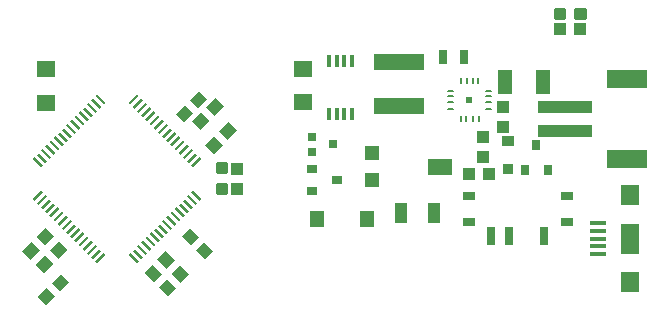
<source format=gbr>
G04 EAGLE Gerber RS-274X export*
G75*
%MOMM*%
%FSLAX34Y34*%
%LPD*%
%INSolderpaste Top*%
%IPPOS*%
%AMOC8*
5,1,8,0,0,1.08239X$1,22.5*%
G01*
%ADD10R,0.220000X1.000000*%
%ADD11R,1.100000X1.000000*%
%ADD12R,1.600000X1.400000*%
%ADD13R,1.000000X1.100000*%
%ADD14C,0.300000*%
%ADD15C,0.203200*%
%ADD16R,0.584200X0.584200*%
%ADD17R,0.900000X0.800000*%
%ADD18R,0.700000X0.700000*%
%ADD19R,1.270000X1.470000*%
%ADD20R,1.000000X1.800000*%
%ADD21R,0.800000X1.200000*%
%ADD22R,1.200000X2.000000*%
%ADD23R,4.200000X1.400000*%
%ADD24R,0.400000X1.100000*%
%ADD25R,1.300000X1.300000*%
%ADD26R,2.000000X1.401600*%
%ADD27R,1.000000X0.800000*%
%ADD28R,0.700000X1.500000*%
%ADD29R,0.800000X0.900000*%
%ADD30R,1.100000X0.900000*%
%ADD31R,0.900000X0.900000*%
%ADD32R,1.400000X0.400000*%
%ADD33R,1.500000X1.800000*%
%ADD34R,1.500000X2.500000*%
%ADD35R,4.600000X1.000000*%
%ADD36R,3.400000X1.600000*%


D10*
G36*
X161208Y133945D02*
X159652Y135501D01*
X166722Y142571D01*
X168278Y141015D01*
X161208Y133945D01*
G37*
G36*
X164743Y130409D02*
X163187Y131965D01*
X170257Y139035D01*
X171813Y137479D01*
X164743Y130409D01*
G37*
G36*
X168279Y126874D02*
X166723Y128430D01*
X173793Y135500D01*
X175349Y133944D01*
X168279Y126874D01*
G37*
G36*
X171814Y123338D02*
X170258Y124894D01*
X177328Y131964D01*
X178884Y130408D01*
X171814Y123338D01*
G37*
G36*
X175350Y119803D02*
X173794Y121359D01*
X180864Y128429D01*
X182420Y126873D01*
X175350Y119803D01*
G37*
G36*
X178886Y116267D02*
X177330Y117823D01*
X184400Y124893D01*
X185956Y123337D01*
X178886Y116267D01*
G37*
G36*
X182421Y112732D02*
X180865Y114288D01*
X187935Y121358D01*
X189491Y119802D01*
X182421Y112732D01*
G37*
G36*
X185957Y109196D02*
X184401Y110752D01*
X191471Y117822D01*
X193027Y116266D01*
X185957Y109196D01*
G37*
G36*
X189492Y105661D02*
X187936Y107217D01*
X195006Y114287D01*
X196562Y112731D01*
X189492Y105661D01*
G37*
G36*
X193028Y102125D02*
X191472Y103681D01*
X198542Y110751D01*
X200098Y109195D01*
X193028Y102125D01*
G37*
G36*
X196563Y98590D02*
X195007Y100146D01*
X202077Y107216D01*
X203633Y105660D01*
X196563Y98590D01*
G37*
G36*
X200099Y95054D02*
X198543Y96610D01*
X205613Y103680D01*
X207169Y102124D01*
X200099Y95054D01*
G37*
G36*
X203634Y91518D02*
X202078Y93074D01*
X209148Y100144D01*
X210704Y98588D01*
X203634Y91518D01*
G37*
G36*
X207170Y87983D02*
X205614Y89539D01*
X212684Y96609D01*
X214240Y95053D01*
X207170Y87983D01*
G37*
G36*
X210705Y84447D02*
X209149Y86003D01*
X216219Y93073D01*
X217775Y91517D01*
X210705Y84447D01*
G37*
G36*
X214241Y80912D02*
X212685Y82468D01*
X219755Y89538D01*
X221311Y87982D01*
X214241Y80912D01*
G37*
G36*
X249595Y82468D02*
X248039Y80912D01*
X240969Y87982D01*
X242525Y89538D01*
X249595Y82468D01*
G37*
G36*
X253131Y86003D02*
X251575Y84447D01*
X244505Y91517D01*
X246061Y93073D01*
X253131Y86003D01*
G37*
G36*
X256666Y89539D02*
X255110Y87983D01*
X248040Y95053D01*
X249596Y96609D01*
X256666Y89539D01*
G37*
G36*
X260202Y93074D02*
X258646Y91518D01*
X251576Y98588D01*
X253132Y100144D01*
X260202Y93074D01*
G37*
G36*
X263737Y96610D02*
X262181Y95054D01*
X255111Y102124D01*
X256667Y103680D01*
X263737Y96610D01*
G37*
G36*
X267273Y100146D02*
X265717Y98590D01*
X258647Y105660D01*
X260203Y107216D01*
X267273Y100146D01*
G37*
G36*
X270808Y103681D02*
X269252Y102125D01*
X262182Y109195D01*
X263738Y110751D01*
X270808Y103681D01*
G37*
G36*
X274344Y107217D02*
X272788Y105661D01*
X265718Y112731D01*
X267274Y114287D01*
X274344Y107217D01*
G37*
G36*
X277879Y110752D02*
X276323Y109196D01*
X269253Y116266D01*
X270809Y117822D01*
X277879Y110752D01*
G37*
G36*
X281415Y114288D02*
X279859Y112732D01*
X272789Y119802D01*
X274345Y121358D01*
X281415Y114288D01*
G37*
G36*
X284950Y117823D02*
X283394Y116267D01*
X276324Y123337D01*
X277880Y124893D01*
X284950Y117823D01*
G37*
G36*
X288486Y121359D02*
X286930Y119803D01*
X279860Y126873D01*
X281416Y128429D01*
X288486Y121359D01*
G37*
G36*
X292022Y124894D02*
X290466Y123338D01*
X283396Y130408D01*
X284952Y131964D01*
X292022Y124894D01*
G37*
G36*
X295557Y128430D02*
X294001Y126874D01*
X286931Y133944D01*
X288487Y135500D01*
X295557Y128430D01*
G37*
G36*
X299093Y131965D02*
X297537Y130409D01*
X290467Y137479D01*
X292023Y139035D01*
X299093Y131965D01*
G37*
G36*
X302628Y135501D02*
X301072Y133945D01*
X294002Y141015D01*
X295558Y142571D01*
X302628Y135501D01*
G37*
G36*
X301072Y170855D02*
X302628Y169299D01*
X295558Y162229D01*
X294002Y163785D01*
X301072Y170855D01*
G37*
G36*
X297537Y174391D02*
X299093Y172835D01*
X292023Y165765D01*
X290467Y167321D01*
X297537Y174391D01*
G37*
G36*
X294001Y177926D02*
X295557Y176370D01*
X288487Y169300D01*
X286931Y170856D01*
X294001Y177926D01*
G37*
G36*
X290466Y181462D02*
X292022Y179906D01*
X284952Y172836D01*
X283396Y174392D01*
X290466Y181462D01*
G37*
G36*
X286930Y184997D02*
X288486Y183441D01*
X281416Y176371D01*
X279860Y177927D01*
X286930Y184997D01*
G37*
G36*
X283394Y188533D02*
X284950Y186977D01*
X277880Y179907D01*
X276324Y181463D01*
X283394Y188533D01*
G37*
G36*
X279859Y192068D02*
X281415Y190512D01*
X274345Y183442D01*
X272789Y184998D01*
X279859Y192068D01*
G37*
G36*
X276323Y195604D02*
X277879Y194048D01*
X270809Y186978D01*
X269253Y188534D01*
X276323Y195604D01*
G37*
G36*
X272788Y199139D02*
X274344Y197583D01*
X267274Y190513D01*
X265718Y192069D01*
X272788Y199139D01*
G37*
G36*
X269252Y202675D02*
X270808Y201119D01*
X263738Y194049D01*
X262182Y195605D01*
X269252Y202675D01*
G37*
G36*
X265717Y206210D02*
X267273Y204654D01*
X260203Y197584D01*
X258647Y199140D01*
X265717Y206210D01*
G37*
G36*
X262181Y209746D02*
X263737Y208190D01*
X256667Y201120D01*
X255111Y202676D01*
X262181Y209746D01*
G37*
G36*
X258646Y213282D02*
X260202Y211726D01*
X253132Y204656D01*
X251576Y206212D01*
X258646Y213282D01*
G37*
G36*
X255110Y216817D02*
X256666Y215261D01*
X249596Y208191D01*
X248040Y209747D01*
X255110Y216817D01*
G37*
G36*
X251575Y220353D02*
X253131Y218797D01*
X246061Y211727D01*
X244505Y213283D01*
X251575Y220353D01*
G37*
G36*
X248039Y223888D02*
X249595Y222332D01*
X242525Y215262D01*
X240969Y216818D01*
X248039Y223888D01*
G37*
G36*
X212685Y222332D02*
X214241Y223888D01*
X221311Y216818D01*
X219755Y215262D01*
X212685Y222332D01*
G37*
G36*
X209149Y218797D02*
X210705Y220353D01*
X217775Y213283D01*
X216219Y211727D01*
X209149Y218797D01*
G37*
G36*
X205614Y215261D02*
X207170Y216817D01*
X214240Y209747D01*
X212684Y208191D01*
X205614Y215261D01*
G37*
G36*
X202078Y211726D02*
X203634Y213282D01*
X210704Y206212D01*
X209148Y204656D01*
X202078Y211726D01*
G37*
G36*
X198543Y208190D02*
X200099Y209746D01*
X207169Y202676D01*
X205613Y201120D01*
X198543Y208190D01*
G37*
G36*
X195007Y204654D02*
X196563Y206210D01*
X203633Y199140D01*
X202077Y197584D01*
X195007Y204654D01*
G37*
G36*
X191472Y201119D02*
X193028Y202675D01*
X200098Y195605D01*
X198542Y194049D01*
X191472Y201119D01*
G37*
G36*
X187936Y197583D02*
X189492Y199139D01*
X196562Y192069D01*
X195006Y190513D01*
X187936Y197583D01*
G37*
G36*
X184401Y194048D02*
X185957Y195604D01*
X193027Y188534D01*
X191471Y186978D01*
X184401Y194048D01*
G37*
G36*
X180865Y190512D02*
X182421Y192068D01*
X189491Y184998D01*
X187935Y183442D01*
X180865Y190512D01*
G37*
G36*
X177330Y186977D02*
X178886Y188533D01*
X185956Y181463D01*
X184400Y179907D01*
X177330Y186977D01*
G37*
G36*
X173794Y183441D02*
X175350Y184997D01*
X182420Y177927D01*
X180864Y176371D01*
X173794Y183441D01*
G37*
G36*
X170258Y179906D02*
X171814Y181462D01*
X178884Y174392D01*
X177328Y172836D01*
X170258Y179906D01*
G37*
G36*
X166723Y176370D02*
X168279Y177926D01*
X175349Y170856D01*
X173793Y169300D01*
X166723Y176370D01*
G37*
G36*
X163187Y172835D02*
X164743Y174391D01*
X171813Y167321D01*
X170257Y165765D01*
X163187Y172835D01*
G37*
G36*
X159652Y169299D02*
X161208Y170855D01*
X168278Y163785D01*
X166722Y162229D01*
X159652Y169299D01*
G37*
D11*
G36*
X262028Y64893D02*
X254251Y72670D01*
X261322Y79741D01*
X269099Y71964D01*
X262028Y64893D01*
G37*
G36*
X274049Y52872D02*
X266272Y60649D01*
X273343Y67720D01*
X281120Y59943D01*
X274049Y52872D01*
G37*
G36*
X309516Y201607D02*
X301739Y193830D01*
X294668Y200901D01*
X302445Y208678D01*
X309516Y201607D01*
G37*
G36*
X321536Y213627D02*
X313759Y205850D01*
X306688Y212921D01*
X314465Y220698D01*
X321536Y213627D01*
G37*
G36*
X293555Y96122D02*
X285778Y103899D01*
X292849Y110970D01*
X300626Y103193D01*
X293555Y96122D01*
G37*
G36*
X305575Y84102D02*
X297798Y91879D01*
X304869Y98950D01*
X312646Y91173D01*
X305575Y84102D01*
G37*
G36*
X175724Y64152D02*
X183501Y71929D01*
X190572Y64858D01*
X182795Y57081D01*
X175724Y64152D01*
G37*
G36*
X163703Y52131D02*
X171480Y59908D01*
X178551Y52837D01*
X170774Y45060D01*
X163703Y52131D01*
G37*
D12*
X171196Y244886D03*
X171196Y216886D03*
D11*
G36*
X176928Y80449D02*
X169151Y72672D01*
X162080Y79743D01*
X169857Y87520D01*
X176928Y80449D01*
G37*
G36*
X188948Y92469D02*
X181171Y84692D01*
X174100Y91763D01*
X181877Y99540D01*
X188948Y92469D01*
G37*
G36*
X320692Y181287D02*
X312915Y173510D01*
X305844Y180581D01*
X313621Y188358D01*
X320692Y181287D01*
G37*
G36*
X332712Y193307D02*
X324935Y185530D01*
X317864Y192601D01*
X325641Y200378D01*
X332712Y193307D01*
G37*
D13*
X332740Y160900D03*
X332740Y143900D03*
D11*
G36*
X162924Y102939D02*
X170701Y110716D01*
X177772Y103645D01*
X169995Y95868D01*
X162924Y102939D01*
G37*
G36*
X150904Y90919D02*
X158681Y98696D01*
X165752Y91625D01*
X157975Y83848D01*
X150904Y90919D01*
G37*
D14*
X316540Y147130D02*
X323540Y147130D01*
X323540Y140130D01*
X316540Y140130D01*
X316540Y147130D01*
X316540Y142980D02*
X323540Y142980D01*
X323540Y145830D02*
X316540Y145830D01*
X316540Y164670D02*
X323540Y164670D01*
X323540Y157670D01*
X316540Y157670D01*
X316540Y164670D01*
X316540Y160520D02*
X323540Y160520D01*
X323540Y163370D02*
X316540Y163370D01*
D11*
X623180Y279400D03*
X606180Y279400D03*
D14*
X609410Y288600D02*
X609410Y295600D01*
X609410Y288600D02*
X602410Y288600D01*
X602410Y295600D01*
X609410Y295600D01*
X609410Y291450D02*
X602410Y291450D01*
X602410Y294300D02*
X609410Y294300D01*
X626950Y295600D02*
X626950Y288600D01*
X619950Y288600D01*
X619950Y295600D01*
X626950Y295600D01*
X626950Y291450D02*
X619950Y291450D01*
X619950Y294300D02*
X626950Y294300D01*
D15*
X515561Y227018D02*
X511093Y227018D01*
X511064Y217007D02*
X515532Y217007D01*
X521938Y205594D02*
X521938Y201126D01*
X532192Y201126D02*
X532192Y205594D01*
X543655Y211829D02*
X547869Y211829D01*
X547793Y222058D02*
X543579Y222058D01*
X537166Y233471D02*
X537166Y237939D01*
X527115Y237964D02*
X527115Y233496D01*
X532166Y233496D02*
X532166Y237964D01*
X522166Y237939D02*
X522166Y233471D01*
X515550Y222032D02*
X511082Y222032D01*
X511057Y211778D02*
X515525Y211778D01*
X526938Y205594D02*
X526938Y201126D01*
X537217Y201100D02*
X537217Y205568D01*
X543579Y217058D02*
X547793Y217058D01*
X547768Y227058D02*
X543605Y227058D01*
D16*
X529463Y219380D03*
D17*
X396400Y160630D03*
X396400Y141630D03*
X417400Y151130D03*
D18*
X395880Y188110D03*
X395880Y175110D03*
X414380Y181610D03*
D19*
X443140Y118110D03*
X400140Y118110D03*
D20*
X499140Y123190D03*
X471140Y123190D03*
D11*
G36*
X295546Y207957D02*
X287769Y200180D01*
X280698Y207251D01*
X288475Y215028D01*
X295546Y207957D01*
G37*
G36*
X307566Y219977D02*
X299789Y212200D01*
X292718Y219271D01*
X300495Y227048D01*
X307566Y219977D01*
G37*
D12*
X388620Y217140D03*
X388620Y245140D03*
D21*
X507255Y255067D03*
X525255Y255067D03*
D13*
X541020Y187621D03*
X541020Y170621D03*
D22*
X559970Y234264D03*
X591970Y234264D03*
D23*
X470052Y214266D03*
X470052Y251266D03*
D24*
X430120Y252370D03*
X423620Y252370D03*
X417120Y252370D03*
X410620Y252370D03*
X410620Y207370D03*
X417120Y207370D03*
X423620Y207370D03*
X430120Y207370D03*
D25*
X447040Y151060D03*
D26*
X504825Y162560D03*
D25*
X447040Y174060D03*
D11*
G36*
X273068Y76267D02*
X265291Y84044D01*
X272362Y91115D01*
X280139Y83338D01*
X273068Y76267D01*
G37*
G36*
X285089Y64246D02*
X277312Y72023D01*
X284383Y79094D01*
X292160Y71317D01*
X285089Y64246D01*
G37*
D27*
X611730Y115365D03*
X611730Y137365D03*
X528730Y137365D03*
X528730Y115365D03*
D28*
X592730Y103865D03*
X562730Y103865D03*
X547730Y103865D03*
D29*
X576757Y160180D03*
X595757Y160180D03*
X586257Y181180D03*
D11*
X545862Y156134D03*
X528862Y156134D03*
D30*
X562102Y184212D03*
D31*
X562102Y160212D03*
D13*
X557505Y213503D03*
X557505Y196503D03*
D32*
X638480Y101600D03*
X638480Y95100D03*
X638480Y88600D03*
X638480Y108100D03*
X638480Y114600D03*
D33*
X665480Y64760D03*
D28*
X665480Y101600D03*
D33*
X665480Y138440D03*
X665480Y64800D03*
X665480Y138400D03*
D34*
X665480Y101600D03*
D35*
X610700Y213200D03*
X610700Y193200D03*
D36*
X662700Y237200D03*
X662700Y169200D03*
M02*

</source>
